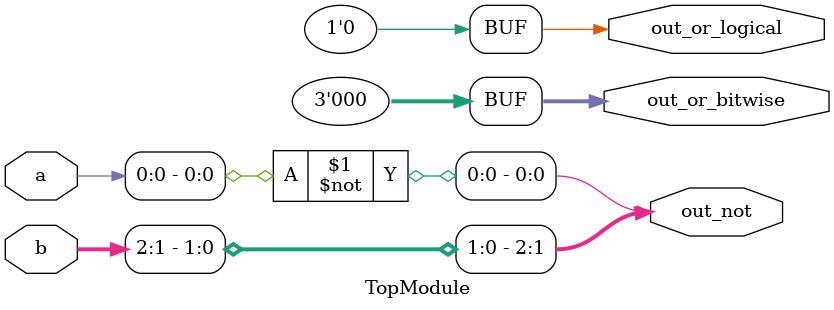
<source format=sv>

module TopModule (
  input [2:0] a,
  input [2:0] b,
  output [2:0] out_or_bitwise,
  output out_or_logical,
  output [5:0] out_not
);

  // Initialize outputs to default values (i.e., all zeros)
  assign out_or_bitwise = 3'b000;
  assign out_or_logical = 3'b000;
  assign out_not[2:1] = b[2:1];  // bits [5:4]
  assign out_not[0:0] = ~a[0:0];

endmodule

// VERILOG-EVAL: errant inclusion of module definition

</source>
